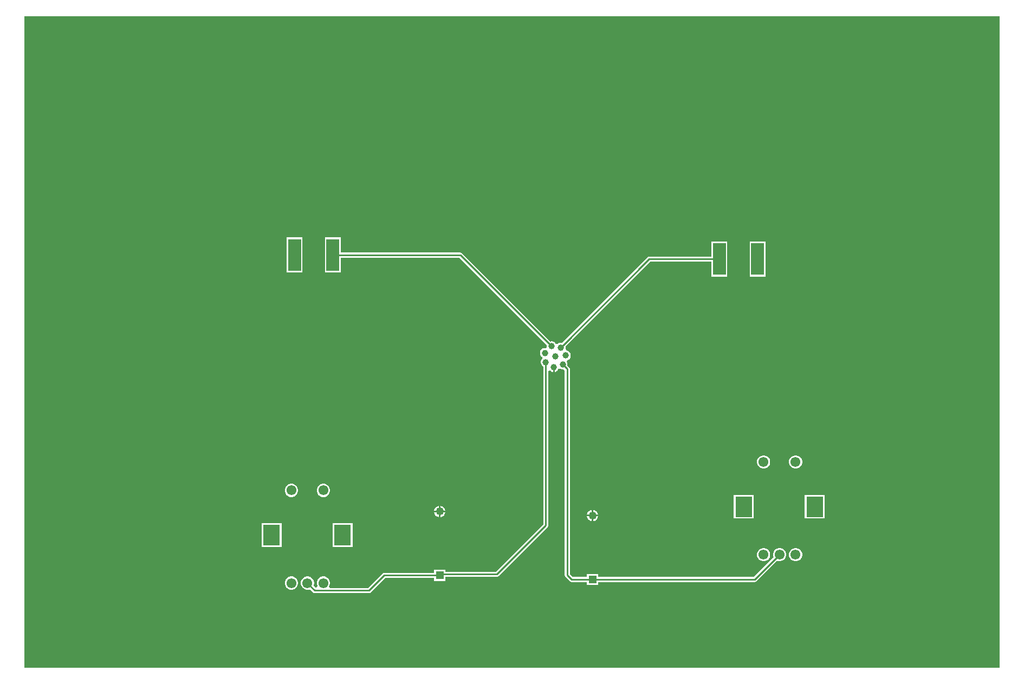
<source format=gbr>
G04*
G04 #@! TF.GenerationSoftware,Altium Limited,Altium Designer,24.10.1 (45)*
G04*
G04 Layer_Physical_Order=1*
G04 Layer_Color=255*
%FSLAX44Y44*%
%MOMM*%
G71*
G04*
G04 #@! TF.SameCoordinates,B1CABA93-0C74-4B59-BD3F-C8C2F7FF4E79*
G04*
G04*
G04 #@! TF.FilePolarity,Positive*
G04*
G01*
G75*
%ADD11C,0.2540*%
%ADD16R,1.2500X1.2500*%
%ADD17C,1.2500*%
%ADD18C,1.0000*%
%ADD19R,2.0000X5.0000*%
%ADD20R,2.6000X3.2000*%
%ADD21C,1.5500*%
G36*
X1524000D02*
X0D01*
Y1018540D01*
X1524000D01*
Y0D01*
D02*
G37*
%LPC*%
G36*
X434660Y672700D02*
X409580D01*
Y617620D01*
X434660D01*
Y672700D01*
D02*
G37*
G36*
X1158390Y666350D02*
X1133310D01*
Y611270D01*
X1158390D01*
Y666350D01*
D02*
G37*
G36*
X494660Y672700D02*
X469580D01*
Y617620D01*
X494660D01*
Y641275D01*
X679605D01*
X816544Y504337D01*
X816321Y503506D01*
Y501822D01*
X815859Y501108D01*
X814344Y499755D01*
X814171Y499730D01*
X812330D01*
X810413Y499216D01*
X808693Y498223D01*
X807289Y496820D01*
X806297Y495100D01*
X805783Y493183D01*
Y491197D01*
X806297Y489280D01*
X807289Y487560D01*
X808693Y486157D01*
X809162Y485886D01*
X809415Y485313D01*
X809553Y482946D01*
X809529Y482884D01*
X808790Y482144D01*
X807797Y480425D01*
X807283Y478507D01*
Y476522D01*
X807797Y474604D01*
X808790Y472885D01*
X810193Y471481D01*
X810938Y471051D01*
Y224612D01*
X736261Y149935D01*
X657760D01*
Y153100D01*
X640180D01*
Y148195D01*
X562439D01*
X560952Y147899D01*
X559692Y147057D01*
X537279Y124645D01*
X477590D01*
X476187Y127185D01*
X476859Y128348D01*
X477560Y130965D01*
Y133675D01*
X476859Y136292D01*
X475504Y138638D01*
X473588Y140554D01*
X471242Y141909D01*
X468625Y142610D01*
X465915D01*
X463298Y141909D01*
X460952Y140554D01*
X459036Y138638D01*
X457681Y136292D01*
X456980Y133675D01*
Y130965D01*
X457681Y128348D01*
X457844Y128066D01*
X456555Y125606D01*
X454674Y125409D01*
X451814Y128270D01*
X451859Y128348D01*
X452560Y130965D01*
Y133675D01*
X451859Y136292D01*
X450504Y138638D01*
X448588Y140554D01*
X446242Y141909D01*
X443625Y142610D01*
X440915D01*
X438298Y141909D01*
X435952Y140554D01*
X434036Y138638D01*
X432681Y136292D01*
X431980Y133675D01*
Y130965D01*
X432681Y128348D01*
X434036Y126002D01*
X435952Y124086D01*
X438298Y122731D01*
X440915Y122030D01*
X443625D01*
X446242Y122731D01*
X446320Y122776D01*
X451083Y118013D01*
X452343Y117171D01*
X453830Y116875D01*
X538889D01*
X540375Y117171D01*
X541635Y118013D01*
X564048Y140425D01*
X640180D01*
Y135520D01*
X657760D01*
Y142165D01*
X737870D01*
X739357Y142461D01*
X740617Y143303D01*
X817570Y220256D01*
X818412Y221517D01*
X818708Y223003D01*
Y464143D01*
X821020Y464853D01*
X821248Y464859D01*
X822603Y463504D01*
X824322Y462511D01*
X825963Y462072D01*
Y469537D01*
X828503D01*
Y462072D01*
X830143Y462511D01*
X831862Y463504D01*
X833266Y464908D01*
X834259Y466627D01*
X834329Y466888D01*
X835133Y467369D01*
X837219Y467862D01*
X838296Y467240D01*
X840214Y466726D01*
X842199D01*
X842472Y466799D01*
X844475Y465100D01*
X844475Y144780D01*
X844771Y143293D01*
X845613Y142033D01*
X852433Y135213D01*
X853693Y134371D01*
X855180Y134075D01*
X878940D01*
Y129170D01*
X896520D01*
Y134075D01*
X1141330D01*
X1142817Y134371D01*
X1144077Y135213D01*
X1176090Y167226D01*
X1176168Y167181D01*
X1178785Y166480D01*
X1181495D01*
X1184112Y167181D01*
X1186458Y168536D01*
X1188374Y170452D01*
X1189729Y172798D01*
X1190430Y175415D01*
Y178125D01*
X1189729Y180742D01*
X1188374Y183088D01*
X1186458Y185004D01*
X1184112Y186359D01*
X1181495Y187060D01*
X1178785D01*
X1176168Y186359D01*
X1173822Y185004D01*
X1171906Y183088D01*
X1170551Y180742D01*
X1169850Y178125D01*
Y175415D01*
X1170551Y172798D01*
X1170596Y172720D01*
X1139721Y141845D01*
X896520D01*
Y146750D01*
X878940D01*
Y141845D01*
X856789D01*
X852245Y146389D01*
X852245Y467113D01*
X851949Y468599D01*
X851107Y469859D01*
X848524Y472442D01*
X848746Y473273D01*
Y475259D01*
X848233Y477176D01*
X847656Y478174D01*
X848290Y480387D01*
X848724Y481004D01*
X849132Y481113D01*
X850852Y482106D01*
X852255Y483510D01*
X853248Y485229D01*
X853762Y487147D01*
Y489132D01*
X853248Y491050D01*
X852255Y492769D01*
X850852Y494173D01*
X849132Y495166D01*
X847215Y495680D01*
X846321Y496804D01*
X845641Y498219D01*
X846043Y499717D01*
Y501703D01*
X845820Y502534D01*
X978212Y634925D01*
X1073310D01*
Y611270D01*
X1098390D01*
Y666350D01*
X1073310D01*
Y642695D01*
X976603D01*
X975116Y642399D01*
X973856Y641557D01*
X840327Y508027D01*
X839495Y508250D01*
X837510D01*
X835592Y507736D01*
X833873Y506744D01*
X833284Y506155D01*
X832986Y506064D01*
X830663Y506320D01*
X830236Y506552D01*
X829895Y507143D01*
X828491Y508547D01*
X826772Y509539D01*
X824854Y510053D01*
X822869D01*
X822038Y509831D01*
X683961Y647907D01*
X682701Y648749D01*
X681214Y649045D01*
X494660D01*
Y672700D01*
D02*
G37*
G36*
X1206495Y332060D02*
X1203785D01*
X1201168Y331359D01*
X1198822Y330004D01*
X1196906Y328088D01*
X1195551Y325742D01*
X1194850Y323125D01*
Y320415D01*
X1195551Y317798D01*
X1196906Y315452D01*
X1198822Y313536D01*
X1201168Y312181D01*
X1203785Y311480D01*
X1206495D01*
X1209112Y312181D01*
X1211458Y313536D01*
X1213374Y315452D01*
X1214729Y317798D01*
X1215430Y320415D01*
Y323125D01*
X1214729Y325742D01*
X1213374Y328088D01*
X1211458Y330004D01*
X1209112Y331359D01*
X1206495Y332060D01*
D02*
G37*
G36*
X1156495D02*
X1153785D01*
X1151168Y331359D01*
X1148822Y330004D01*
X1146906Y328088D01*
X1145551Y325742D01*
X1144850Y323125D01*
Y320415D01*
X1145551Y317798D01*
X1146906Y315452D01*
X1148822Y313536D01*
X1151168Y312181D01*
X1153785Y311480D01*
X1156495D01*
X1159112Y312181D01*
X1161458Y313536D01*
X1163374Y315452D01*
X1164729Y317798D01*
X1165430Y320415D01*
Y323125D01*
X1164729Y325742D01*
X1163374Y328088D01*
X1161458Y330004D01*
X1159112Y331359D01*
X1156495Y332060D01*
D02*
G37*
G36*
X468625Y287610D02*
X465915D01*
X463298Y286909D01*
X460952Y285554D01*
X459036Y283638D01*
X457681Y281292D01*
X456980Y278675D01*
Y275965D01*
X457681Y273348D01*
X459036Y271002D01*
X460952Y269086D01*
X463298Y267731D01*
X465915Y267030D01*
X468625D01*
X471242Y267731D01*
X473588Y269086D01*
X475504Y271002D01*
X476859Y273348D01*
X477560Y275965D01*
Y278675D01*
X476859Y281292D01*
X475504Y283638D01*
X473588Y285554D01*
X471242Y286909D01*
X468625Y287610D01*
D02*
G37*
G36*
X418625D02*
X415915D01*
X413298Y286909D01*
X410952Y285554D01*
X409036Y283638D01*
X407681Y281292D01*
X406980Y278675D01*
Y275965D01*
X407681Y273348D01*
X409036Y271002D01*
X410952Y269086D01*
X413298Y267731D01*
X415915Y267030D01*
X418625D01*
X421242Y267731D01*
X423588Y269086D01*
X425504Y271002D01*
X426859Y273348D01*
X427560Y275965D01*
Y278675D01*
X426859Y281292D01*
X425504Y283638D01*
X423588Y285554D01*
X421242Y286909D01*
X418625Y287610D01*
D02*
G37*
G36*
X650240Y253070D02*
Y245580D01*
X657730D01*
X657161Y247703D01*
X656004Y249707D01*
X654367Y251344D01*
X652363Y252501D01*
X650240Y253070D01*
D02*
G37*
G36*
X647700D02*
X645577Y252501D01*
X643573Y251344D01*
X641936Y249707D01*
X640779Y247703D01*
X640210Y245580D01*
X647700D01*
Y253070D01*
D02*
G37*
G36*
X889000Y246720D02*
Y239230D01*
X896490D01*
X895921Y241353D01*
X894764Y243357D01*
X893127Y244994D01*
X891123Y246151D01*
X889000Y246720D01*
D02*
G37*
G36*
X886460D02*
X884337Y246151D01*
X882333Y244994D01*
X880696Y243357D01*
X879539Y241353D01*
X878970Y239230D01*
X886460D01*
Y246720D01*
D02*
G37*
G36*
X657730Y243040D02*
X650240D01*
Y235550D01*
X652363Y236119D01*
X654367Y237276D01*
X656004Y238913D01*
X657161Y240917D01*
X657730Y243040D01*
D02*
G37*
G36*
X647700D02*
X640210D01*
X640779Y240917D01*
X641936Y238913D01*
X643573Y237276D01*
X645577Y236119D01*
X647700Y235550D01*
Y243040D01*
D02*
G37*
G36*
X1250680Y270310D02*
X1219600D01*
Y233230D01*
X1250680D01*
Y270310D01*
D02*
G37*
G36*
X1139680D02*
X1108600D01*
Y233230D01*
X1139680D01*
Y270310D01*
D02*
G37*
G36*
X896490Y236690D02*
X889000D01*
Y229200D01*
X891123Y229769D01*
X893127Y230926D01*
X894764Y232563D01*
X895921Y234567D01*
X896490Y236690D01*
D02*
G37*
G36*
X886460D02*
X878970D01*
X879539Y234567D01*
X880696Y232563D01*
X882333Y230926D01*
X884337Y229769D01*
X886460Y229200D01*
Y236690D01*
D02*
G37*
G36*
X512810Y225860D02*
X481730D01*
Y188780D01*
X512810D01*
Y225860D01*
D02*
G37*
G36*
X401810D02*
X370730D01*
Y188780D01*
X401810D01*
Y225860D01*
D02*
G37*
G36*
X1206495Y187060D02*
X1203785D01*
X1201168Y186359D01*
X1198822Y185004D01*
X1196906Y183088D01*
X1195551Y180742D01*
X1194850Y178125D01*
Y175415D01*
X1195551Y172798D01*
X1196906Y170452D01*
X1198822Y168536D01*
X1201168Y167181D01*
X1203785Y166480D01*
X1206495D01*
X1209112Y167181D01*
X1211458Y168536D01*
X1213374Y170452D01*
X1214729Y172798D01*
X1215430Y175415D01*
Y178125D01*
X1214729Y180742D01*
X1213374Y183088D01*
X1211458Y185004D01*
X1209112Y186359D01*
X1206495Y187060D01*
D02*
G37*
G36*
X1156495D02*
X1153785D01*
X1151168Y186359D01*
X1148822Y185004D01*
X1146906Y183088D01*
X1145551Y180742D01*
X1144850Y178125D01*
Y175415D01*
X1145551Y172798D01*
X1146906Y170452D01*
X1148822Y168536D01*
X1151168Y167181D01*
X1153785Y166480D01*
X1156495D01*
X1159112Y167181D01*
X1161458Y168536D01*
X1163374Y170452D01*
X1164729Y172798D01*
X1165430Y175415D01*
Y178125D01*
X1164729Y180742D01*
X1163374Y183088D01*
X1161458Y185004D01*
X1159112Y186359D01*
X1156495Y187060D01*
D02*
G37*
G36*
X418625Y142610D02*
X415915D01*
X413298Y141909D01*
X410952Y140554D01*
X409036Y138638D01*
X407681Y136292D01*
X406980Y133675D01*
Y130965D01*
X407681Y128348D01*
X409036Y126002D01*
X410952Y124086D01*
X413298Y122731D01*
X415915Y122030D01*
X418625D01*
X421242Y122731D01*
X423588Y124086D01*
X425504Y126002D01*
X426859Y128348D01*
X427560Y130965D01*
Y133675D01*
X426859Y136292D01*
X425504Y138638D01*
X423588Y140554D01*
X421242Y141909D01*
X418625Y142610D01*
D02*
G37*
%LPD*%
D11*
X838482Y500689D02*
X976603Y638810D01*
X1085850D01*
X482120Y645160D02*
X681214D01*
X825385Y500989D01*
X650710Y146050D02*
X737870D01*
X814823Y223003D02*
Y477514D01*
X737870Y146050D02*
X814823Y223003D01*
X648970Y144310D02*
X650710Y146050D01*
X841206Y474266D02*
X848360Y467113D01*
X848360Y144780D01*
X887730Y137960D02*
X1141330D01*
X562439Y144310D02*
X648970D01*
X855180Y137960D02*
X887730D01*
X538889Y120760D02*
X562439Y144310D01*
X848360Y144780D02*
X855180Y137960D01*
X453830Y120760D02*
X538889D01*
X1141330Y137960D02*
X1180140Y176770D01*
X442270Y132320D02*
X453830Y120760D01*
D16*
X648970Y144310D02*
D03*
X887730Y137960D02*
D03*
D17*
X648970Y244310D02*
D03*
X887730Y237960D02*
D03*
D18*
X829310Y486410D02*
D03*
X838503Y500710D02*
D03*
X823861Y502513D02*
D03*
X813323Y492190D02*
D03*
X814823Y477514D02*
D03*
X846222Y488139D02*
D03*
X827233Y469537D02*
D03*
X841206Y474266D02*
D03*
D19*
X482120Y645160D02*
D03*
X422120D02*
D03*
X1145850Y638810D02*
D03*
X1085850D02*
D03*
D20*
X497270Y207320D02*
D03*
X386270D02*
D03*
X1235140Y251770D02*
D03*
X1124140D02*
D03*
D21*
X417270Y277320D02*
D03*
X467270D02*
D03*
X417270Y132320D02*
D03*
X467270D02*
D03*
X442270D02*
D03*
X1155140Y321770D02*
D03*
X1205140D02*
D03*
X1155140Y176770D02*
D03*
X1205140D02*
D03*
X1180140D02*
D03*
M02*

</source>
